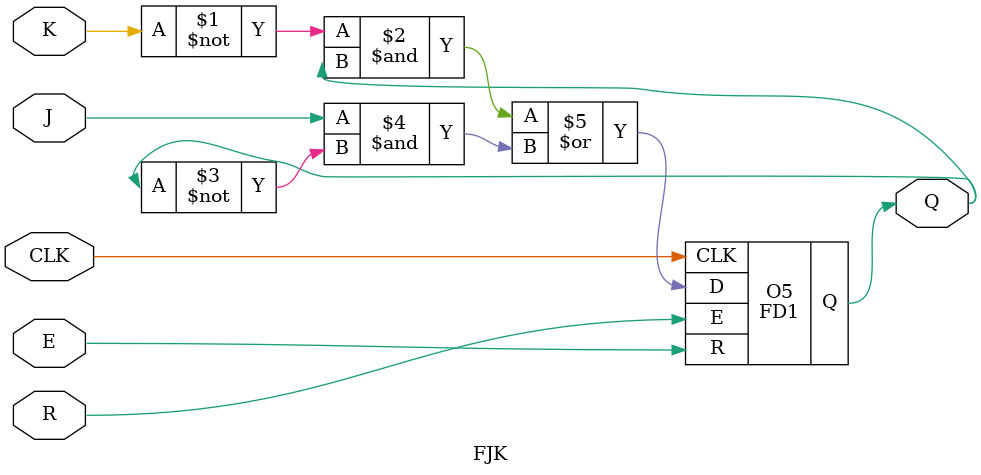
<source format=v>


module FD1(input wire CLK, input wire D,  input wire E, input wire R, output Q);
reg Q;
	always @(posedge CLK or	posedge R or posedge E)
		if (R)begin
		Q <= 0;
	end else if(E) begin
		Q <= D;
	end
endmodule


module FJK(input wire CLK, E, R, J, K, output wire Q);
	FD1 O5(CLK, ~K&Q | J&~Q, R, E, Q);
endmodule

</source>
